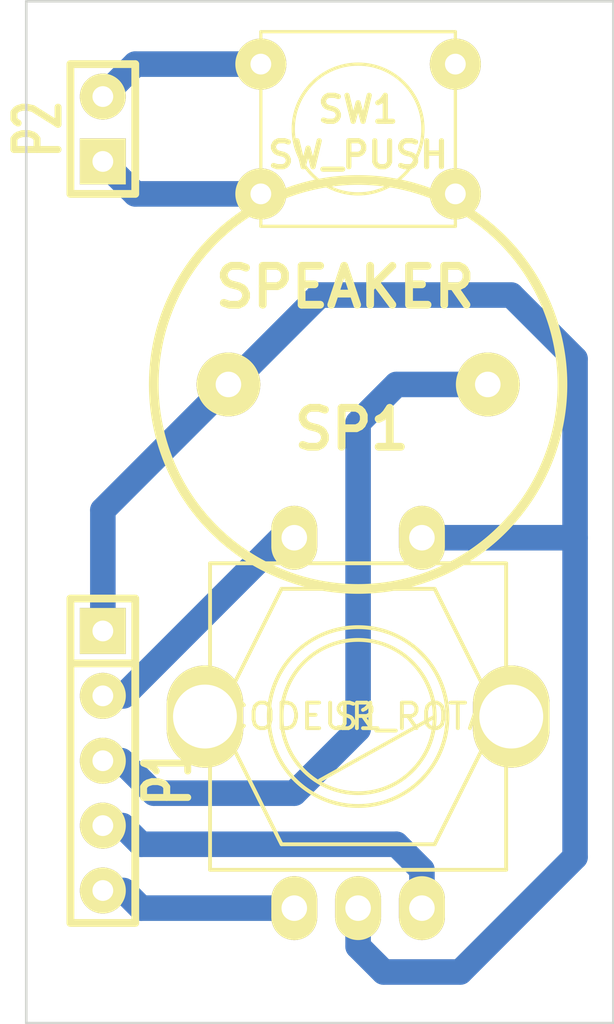
<source format=kicad_pcb>
(kicad_pcb (version 3) (host pcbnew "(2013-07-07 BZR 4022)-stable")

  (general
    (links 11)
    (no_connects 2)
    (area 94.18873 85.949999 118.050001 126.050001)
    (thickness 1.6)
    (drawings 4)
    (tracks 35)
    (zones 0)
    (modules 5)
    (nets 8)
  )

  (page A3)
  (layers
    (15 Dessus.Cu signal)
    (0 Dessous.Cu signal)
    (16 Dessous.Adhes user)
    (17 Dessus.Adhes user)
    (18 Dessous.Pate user)
    (19 Dessus.Pate user)
    (20 Dessous.SilkS user)
    (21 Dessus.SilkS user)
    (22 Dessous.Masque user)
    (23 Dessus.Masque user)
    (24 Dessin.User user)
    (25 Cmts.User user)
    (26 Eco1.User user)
    (27 Eco2.User user)
    (28 Contours.Ci user)
  )

  (setup
    (last_trace_width 1)
    (trace_clearance 0.254)
    (zone_clearance 0.508)
    (zone_45_only no)
    (trace_min 0.254)
    (segment_width 0.2)
    (edge_width 0.1)
    (via_size 0.889)
    (via_drill 0.635)
    (via_min_size 0.889)
    (via_min_drill 0.508)
    (uvia_size 0.508)
    (uvia_drill 0.127)
    (uvias_allowed no)
    (uvia_min_size 0.508)
    (uvia_min_drill 0.127)
    (pcb_text_width 0.3)
    (pcb_text_size 1.5 1.5)
    (mod_edge_width 0.15)
    (mod_text_size 1 1)
    (mod_text_width 0.15)
    (pad_size 1.8 1.8)
    (pad_drill 0.8128)
    (pad_to_mask_clearance 0)
    (aux_axis_origin 0 0)
    (visible_elements 7FFFFFFF)
    (pcbplotparams
      (layerselection 2097153)
      (usegerberextensions false)
      (excludeedgelayer false)
      (linewidth 0.150000)
      (plotframeref false)
      (viasonmask false)
      (mode 1)
      (useauxorigin false)
      (hpglpennumber 1)
      (hpglpenspeed 20)
      (hpglpendiameter 15)
      (hpglpenoverlay 2)
      (psnegative false)
      (psa4output false)
      (plotreference true)
      (plotvalue true)
      (plotothertext true)
      (plotinvisibletext false)
      (padsonsilk false)
      (subtractmaskfromsilk false)
      (outputformat 2)
      (mirror false)
      (drillshape 2)
      (scaleselection 1)
      (outputdirectory ""))
  )

  (net 0 "")
  (net 1 N-000001)
  (net 2 N-000002)
  (net 3 N-000003)
  (net 4 N-000004)
  (net 5 N-000005)
  (net 6 N-000006)
  (net 7 N-000007)

  (net_class Default "Ceci est la Netclass par défaut"
    (clearance 0.254)
    (trace_width 1)
    (via_dia 0.889)
    (via_drill 0.635)
    (uvia_dia 0.508)
    (uvia_drill 0.127)
    (add_net "")
    (add_net N-000001)
    (add_net N-000002)
    (add_net N-000003)
    (add_net N-000004)
    (add_net N-000005)
    (add_net N-000006)
    (add_net N-000007)
  )

  (module SW_PUSH_SMALL (layer Dessus.Cu) (tedit 537F2B92) (tstamp 537F27AC)
    (at 108 91)
    (path /537F2557)
    (fp_text reference SW1 (at 0 -0.762) (layer Dessus.SilkS)
      (effects (font (size 1.016 1.016) (thickness 0.2032)))
    )
    (fp_text value SW_PUSH (at 0 1.016) (layer Dessus.SilkS)
      (effects (font (size 1.016 1.016) (thickness 0.2032)))
    )
    (fp_circle (center 0 0) (end 0 -2.54) (layer Dessus.SilkS) (width 0.127))
    (fp_line (start -3.81 -3.81) (end 3.81 -3.81) (layer Dessus.SilkS) (width 0.127))
    (fp_line (start 3.81 -3.81) (end 3.81 3.81) (layer Dessus.SilkS) (width 0.127))
    (fp_line (start 3.81 3.81) (end -3.81 3.81) (layer Dessus.SilkS) (width 0.127))
    (fp_line (start -3.81 -3.81) (end -3.81 3.81) (layer Dessus.SilkS) (width 0.127))
    (pad 1 thru_hole circle (at 3.81 -2.54) (size 2 2) (drill 0.8128)
      (layers *.Cu *.Mask Dessus.SilkS)
      (net 6 N-000006)
    )
    (pad 2 thru_hole circle (at 3.81 2.54) (size 2 2) (drill 0.8128)
      (layers *.Cu *.Mask Dessus.SilkS)
      (net 5 N-000005)
    )
    (pad 1 thru_hole circle (at -3.81 -2.54) (size 2 2) (drill 0.8128)
      (layers *.Cu *.Mask Dessus.SilkS)
      (net 6 N-000006)
    )
    (pad 2 thru_hole circle (at -3.81 2.54) (size 2 2) (drill 0.8128)
      (layers *.Cu *.Mask Dessus.SilkS)
      (net 5 N-000005)
    )
  )

  (module SIL-5 (layer Dessus.Cu) (tedit 537F2C4E) (tstamp 537F27BA)
    (at 98 117 270)
    (descr "Connecteur 5 pins")
    (tags "CONN DEV")
    (path /537F26FF)
    (fp_text reference P1 (at -0.635 -2.54 270) (layer Dessus.SilkS)
      (effects (font (size 1.72974 1.08712) (thickness 0.3048)))
    )
    (fp_text value CONN_5 (at 0 -2.54 270) (layer Dessus.SilkS) hide
      (effects (font (size 1.524 1.016) (thickness 0.3048)))
    )
    (fp_line (start -7.62 1.27) (end -7.62 -1.27) (layer Dessus.SilkS) (width 0.3048))
    (fp_line (start -7.62 -1.27) (end 5.08 -1.27) (layer Dessus.SilkS) (width 0.3048))
    (fp_line (start 5.08 -1.27) (end 5.08 1.27) (layer Dessus.SilkS) (width 0.3048))
    (fp_line (start 5.08 1.27) (end -7.62 1.27) (layer Dessus.SilkS) (width 0.3048))
    (fp_line (start -5.08 1.27) (end -5.08 -1.27) (layer Dessus.SilkS) (width 0.3048))
    (pad 1 thru_hole rect (at -6.35 0 270) (size 1.8 1.8) (drill 0.8128)
      (layers *.Cu *.Mask Dessus.SilkS)
      (net 7 N-000007)
    )
    (pad 2 thru_hole circle (at -3.81 0 270) (size 1.8 1.8) (drill 0.8128)
      (layers *.Cu *.Mask Dessus.SilkS)
      (net 4 N-000004)
    )
    (pad 3 thru_hole circle (at -1.27 0 270) (size 1.8 1.8) (drill 0.8128)
      (layers *.Cu *.Mask Dessus.SilkS)
      (net 1 N-000001)
    )
    (pad 4 thru_hole circle (at 1.27 0 270) (size 1.8 1.8) (drill 0.8128)
      (layers *.Cu *.Mask Dessus.SilkS)
      (net 2 N-000002)
    )
    (pad 5 thru_hole circle (at 3.81 0 270) (size 1.8 1.8) (drill 0.8128)
      (layers *.Cu *.Mask Dessus.SilkS)
      (net 3 N-000003)
    )
  )

  (module SIL-2 (layer Dessus.Cu) (tedit 537F2C0F) (tstamp 537F27C4)
    (at 98 91 90)
    (descr "Connecteurs 2 pins")
    (tags "CONN DEV")
    (path /537F2590)
    (fp_text reference P2 (at 0 -2.54 90) (layer Dessus.SilkS)
      (effects (font (size 1.72974 1.08712) (thickness 0.3048)))
    )
    (fp_text value CONN_2 (at 0 -2.54 90) (layer Dessus.SilkS) hide
      (effects (font (size 1.524 1.016) (thickness 0.3048)))
    )
    (fp_line (start -2.54 1.27) (end -2.54 -1.27) (layer Dessus.SilkS) (width 0.3048))
    (fp_line (start -2.54 -1.27) (end 2.54 -1.27) (layer Dessus.SilkS) (width 0.3048))
    (fp_line (start 2.54 -1.27) (end 2.54 1.27) (layer Dessus.SilkS) (width 0.3048))
    (fp_line (start 2.54 1.27) (end -2.54 1.27) (layer Dessus.SilkS) (width 0.3048))
    (pad 1 thru_hole rect (at -1.27 0 90) (size 1.8 1.8) (drill 0.8128)
      (layers *.Cu *.Mask Dessus.SilkS)
      (net 5 N-000005)
    )
    (pad 2 thru_hole circle (at 1.27 0 90) (size 1.8 1.8) (drill 0.8128)
      (layers *.Cu *.Mask Dessus.SilkS)
      (net 6 N-000006)
    )
  )

  (module ENCODEUR_rotatif (layer Dessus.Cu) (tedit 537F1ED0) (tstamp 537F27DD)
    (at 108 114)
    (path /537F2546)
    (fp_text reference S1 (at 0 0) (layer Dessus.SilkS)
      (effects (font (size 1 1) (thickness 0.15)))
    )
    (fp_text value ENCODEUR_ROTATIF (at 0 0) (layer Dessus.SilkS)
      (effects (font (size 1 1) (thickness 0.15)))
    )
    (fp_line (start 0 -5) (end -3 -5) (layer Dessus.SilkS) (width 0.15))
    (fp_line (start -3 -5) (end -5.5 0) (layer Dessus.SilkS) (width 0.15))
    (fp_line (start -5.5 0) (end -3 5) (layer Dessus.SilkS) (width 0.15))
    (fp_line (start -3 5) (end 3 5) (layer Dessus.SilkS) (width 0.15))
    (fp_line (start 3 5) (end 5.5 0) (layer Dessus.SilkS) (width 0.15))
    (fp_line (start 5.5 0) (end 3 -5) (layer Dessus.SilkS) (width 0.15))
    (fp_line (start 3 -5) (end 0 -5) (layer Dessus.SilkS) (width 0.15))
    (fp_line (start -1.5 2.5) (end 3 0) (layer Dessus.SilkS) (width 0.15))
    (fp_circle (center 0 0) (end 0 3.5) (layer Dessus.SilkS) (width 0.15))
    (fp_circle (center 0 0) (end 0 3) (layer Dessus.SilkS) (width 0.15))
    (fp_line (start -5.8 -6) (end 5.8 -6) (layer Dessus.SilkS) (width 0.15))
    (fp_line (start 5.8 -6) (end 5.8 6) (layer Dessus.SilkS) (width 0.15))
    (fp_line (start 5.8 6) (end -5.8 6) (layer Dessus.SilkS) (width 0.15))
    (fp_line (start -5.8 6) (end -5.8 -6) (layer Dessus.SilkS) (width 0.15))
    (pad 1 thru_hole oval (at 0 7.5) (size 1.8 2.5) (drill 1)
      (layers *.Cu *.Mask Dessus.SilkS)
      (net 7 N-000007)
    )
    (pad 2 thru_hole oval (at -2.5 7.5) (size 1.8 2.5) (drill 1)
      (layers *.Cu *.Mask Dessus.SilkS)
      (net 3 N-000003)
    )
    (pad 3 thru_hole oval (at 2.5 7.5) (size 1.8 2.5) (drill 1)
      (layers *.Cu *.Mask Dessus.SilkS)
      (net 2 N-000002)
    )
    (pad 4 thru_hole oval (at -2.5 -7) (size 1.8 2.5) (drill 1)
      (layers *.Cu *.Mask Dessus.SilkS)
      (net 4 N-000004)
    )
    (pad 5 thru_hole oval (at 2.5 -7) (size 1.8 2.5) (drill 1)
      (layers *.Cu *.Mask Dessus.SilkS)
      (net 7 N-000007)
    )
    (pad "" thru_hole oval (at 6 0) (size 3 4) (drill 2.5)
      (layers *.Cu *.Mask Dessus.SilkS)
    )
    (pad "" thru_hole oval (at -6 0) (size 3 4) (drill 2.5)
      (layers *.Cu *.Mask Dessus.SilkS)
    )
  )

  (module BUZZER (layer Dessus.Cu) (tedit 537F27EE) (tstamp 537F27E4)
    (at 108 101 180)
    (path /537F256C)
    (fp_text reference SP1 (at 0.24892 -1.75006 180) (layer Dessus.SilkS)
      (effects (font (size 1.524 1.524) (thickness 0.3048)))
    )
    (fp_text value SPEAKER (at 0.508 3.81 180) (layer Dessus.SilkS)
      (effects (font (size 1.524 1.524) (thickness 0.3048)))
    )
    (fp_circle (center 0 0) (end 8.001 0.24892) (layer Dessus.SilkS) (width 0.381))
    (pad 2 thru_hole circle (at 5.08 0 180) (size 2.49936 2.49936) (drill 1.00076)
      (layers *.Cu *.Mask Dessus.SilkS)
      (net 7 N-000007)
    )
    (pad 1 thru_hole circle (at -5.08 0 180) (size 2.49936 2.49936) (drill 1.00076)
      (layers *.Cu *.Mask Dessus.SilkS)
      (net 1 N-000001)
    )
    (model divers\buzzer.wrl
      (at (xyz 0 0 0))
      (scale (xyz 0.8 0.8 0.8))
      (rotate (xyz 0 0 0))
    )
  )

  (gr_line (start 118 86) (end 95 86) (angle 90) (layer Contours.Ci) (width 0.1))
  (gr_line (start 118 126) (end 118 86) (angle 90) (layer Contours.Ci) (width 0.1))
  (gr_line (start 95 126) (end 118 126) (angle 90) (layer Contours.Ci) (width 0.1))
  (gr_line (start 95 86) (end 95 126) (angle 90) (layer Contours.Ci) (width 0.1))

  (segment (start 98 115.73) (end 98.73 115.73) (width 1) (layer Dessous.Cu) (net 1))
  (segment (start 109.5 101) (end 113.08 101) (width 1) (layer Dessous.Cu) (net 1) (tstamp 537F2A6A))
  (segment (start 108 102.5) (end 109.5 101) (width 1) (layer Dessous.Cu) (net 1) (tstamp 537F2A68))
  (segment (start 108 114.5) (end 108 102.5) (width 1) (layer Dessous.Cu) (net 1) (tstamp 537F2A60))
  (segment (start 105.5 117) (end 108 114.5) (width 1) (layer Dessous.Cu) (net 1) (tstamp 537F2A59))
  (segment (start 100 117) (end 105.5 117) (width 1) (layer Dessous.Cu) (net 1) (tstamp 537F2A51))
  (segment (start 98.73 115.73) (end 100 117) (width 1) (layer Dessous.Cu) (net 1) (tstamp 537F2A4A))
  (segment (start 98 118.27) (end 98.77 118.27) (width 1) (layer Dessous.Cu) (net 2))
  (segment (start 110.5 120) (end 110.5 121.5) (width 1) (layer Dessous.Cu) (net 2) (tstamp 537F2A2D))
  (segment (start 109.5 119) (end 110.5 120) (width 1) (layer Dessous.Cu) (net 2) (tstamp 537F2A2B))
  (segment (start 99.5 119) (end 109.5 119) (width 1) (layer Dessous.Cu) (net 2) (tstamp 537F2A1D))
  (segment (start 98.77 118.27) (end 99.5 119) (width 1) (layer Dessous.Cu) (net 2) (tstamp 537F2A18))
  (segment (start 98 120.81) (end 98.81 120.81) (width 1) (layer Dessous.Cu) (net 3))
  (segment (start 99.5 121.5) (end 105.5 121.5) (width 1) (layer Dessous.Cu) (net 3) (tstamp 537F29F8))
  (segment (start 98.81 120.81) (end 99.5 121.5) (width 1) (layer Dessous.Cu) (net 3) (tstamp 537F29F3))
  (segment (start 98 113.19) (end 98.81 113.19) (width 1) (layer Dessous.Cu) (net 4))
  (segment (start 105 107) (end 105.5 107) (width 1) (layer Dessous.Cu) (net 4) (tstamp 537F2A73))
  (segment (start 98.81 113.19) (end 105 107) (width 1) (layer Dessous.Cu) (net 4) (tstamp 537F2A6E))
  (segment (start 104.19 93.54) (end 99.27 93.54) (width 1) (layer Dessous.Cu) (net 5))
  (segment (start 99.27 93.54) (end 98 92.27) (width 1) (layer Dessous.Cu) (net 5) (tstamp 537F2986))
  (segment (start 104.19 88.46) (end 99.27 88.46) (width 1) (layer Dessous.Cu) (net 6))
  (segment (start 99.27 88.46) (end 98 89.73) (width 1) (layer Dessous.Cu) (net 6) (tstamp 537F2982))
  (segment (start 110.5 107) (end 116.5 107) (width 1) (layer Dessous.Cu) (net 7) (status 400000))
  (segment (start 102.92 101) (end 103 101) (width 1) (layer Dessous.Cu) (net 7))
  (segment (start 108 123) (end 108 121.5) (width 1) (layer Dessous.Cu) (net 7) (tstamp 537F2AB4))
  (segment (start 109 124) (end 108 123) (width 1) (layer Dessous.Cu) (net 7) (tstamp 537F2AB0))
  (segment (start 112 124) (end 109 124) (width 1) (layer Dessous.Cu) (net 7) (tstamp 537F2AAF))
  (segment (start 116.5 119.5) (end 112 124) (width 1) (layer Dessous.Cu) (net 7) (tstamp 537F2AA5))
  (segment (start 116.5 100) (end 116.5 107) (width 1) (layer Dessous.Cu) (net 7) (tstamp 537F2A92))
  (segment (start 116.5 107) (end 116.5 119.5) (width 1) (layer Dessous.Cu) (net 7) (tstamp 53825E5C))
  (segment (start 114 97.5) (end 116.5 100) (width 1) (layer Dessous.Cu) (net 7) (tstamp 537F2A8F))
  (segment (start 106.5 97.5) (end 114 97.5) (width 1) (layer Dessous.Cu) (net 7) (tstamp 537F2A8D))
  (segment (start 103 101) (end 106.5 97.5) (width 1) (layer Dessous.Cu) (net 7) (tstamp 537F2A8A))
  (segment (start 98 110.65) (end 98 105.92) (width 1) (layer Dessous.Cu) (net 7))
  (segment (start 98 105.92) (end 102.92 101) (width 1) (layer Dessous.Cu) (net 7) (tstamp 537F2A86))

)

</source>
